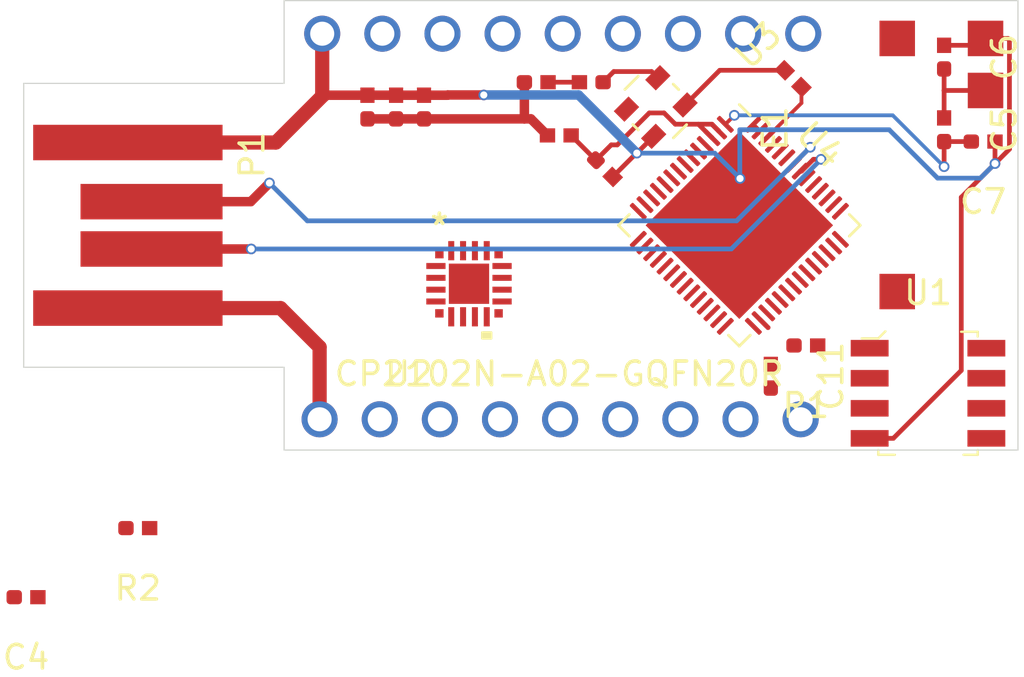
<source format=kicad_pcb>
(kicad_pcb (version 20171130) (host pcbnew 5.1.10)

  (general
    (thickness 1.6)
    (drawings 8)
    (tracks 112)
    (zones 0)
    (modules 23)
    (nets 21)
  )

  (page A4)
  (layers
    (0 F.Cu signal)
    (31 B.Cu signal)
    (32 B.Adhes user)
    (33 F.Adhes user)
    (34 B.Paste user)
    (35 F.Paste user)
    (36 B.SilkS user)
    (37 F.SilkS user)
    (38 B.Mask user)
    (39 F.Mask user)
    (40 Dwgs.User user)
    (41 Cmts.User user)
    (42 Eco1.User user)
    (43 Eco2.User user)
    (44 Edge.Cuts user)
    (45 Margin user)
    (46 B.CrtYd user)
    (47 F.CrtYd user)
    (48 B.Fab user)
    (49 F.Fab user hide)
  )

  (setup
    (last_trace_width 0.2)
    (user_trace_width 0.16)
    (user_trace_width 0.2)
    (user_trace_width 0.4)
    (user_trace_width 0.6)
    (trace_clearance 0.16)
    (zone_clearance 0)
    (zone_45_only yes)
    (trace_min 0.1)
    (via_size 0.45)
    (via_drill 0.3)
    (via_min_size 0.2)
    (via_min_drill 0.3)
    (user_via 0.35 0.3)
    (blind_buried_vias_allowed yes)
    (uvia_size 0.3)
    (uvia_drill 0.1)
    (uvias_allowed no)
    (uvia_min_size 0.2)
    (uvia_min_drill 0.1)
    (edge_width 0.05)
    (segment_width 0.2)
    (pcb_text_width 0.3)
    (pcb_text_size 1.5 1.5)
    (mod_edge_width 0.12)
    (mod_text_size 1 1)
    (mod_text_width 0.15)
    (pad_size 0.65 0.6)
    (pad_drill 0)
    (pad_to_mask_clearance 0)
    (aux_axis_origin 0 0)
    (visible_elements FFFFFF7F)
    (pcbplotparams
      (layerselection 0x010fc_ffffffff)
      (usegerberextensions false)
      (usegerberattributes true)
      (usegerberadvancedattributes true)
      (creategerberjobfile true)
      (excludeedgelayer true)
      (linewidth 0.100000)
      (plotframeref false)
      (viasonmask false)
      (mode 1)
      (useauxorigin false)
      (hpglpennumber 1)
      (hpglpenspeed 20)
      (hpglpendiameter 15.000000)
      (psnegative false)
      (psa4output false)
      (plotreference true)
      (plotvalue true)
      (plotinvisibletext false)
      (padsonsilk false)
      (subtractmaskfromsilk false)
      (outputformat 1)
      (mirror false)
      (drillshape 1)
      (scaleselection 1)
      (outputdirectory ""))
  )

  (net 0 "")
  (net 1 "Net-(R1-Pad2)")
  (net 2 GNDREF)
  (net 3 "Net-(U4-Pad55)")
  (net 4 "Net-(U1-Pad5)")
  (net 5 "Net-(U1-Pad2)")
  (net 6 "Net-(U1-Pad6)")
  (net 7 "Net-(U1-Pad3)")
  (net 8 "Net-(U1-Pad7)")
  (net 9 "Net-(C11-Pad2)")
  (net 10 "Net-(C8-Pad1)")
  (net 11 +3V3)
  (net 12 "Net-(C5-Pad1)")
  (net 13 "Net-(C3-Pad1)")
  (net 14 "Net-(C3-Pad2)")
  (net 15 "Net-(P1-PadP3)")
  (net 16 "Net-(P1-PadP2)")
  (net 17 "Net-(L0-Pad1)")
  (net 18 "Net-(L0-Pad2)")
  (net 19 "Net-(C5-Pad2)")
  (net 20 +5V)

  (net_class Default "This is the default net class."
    (clearance 0.16)
    (trace_width 0.16)
    (via_dia 0.45)
    (via_drill 0.3)
    (uvia_dia 0.3)
    (uvia_drill 0.1)
    (add_net +3V3)
    (add_net +5V)
    (add_net GNDREF)
    (add_net "Net-(C11-Pad2)")
    (add_net "Net-(C3-Pad1)")
    (add_net "Net-(C3-Pad2)")
    (add_net "Net-(C4-Pad1)")
    (add_net "Net-(C4-Pad2)")
    (add_net "Net-(C5-Pad1)")
    (add_net "Net-(C5-Pad2)")
    (add_net "Net-(C8-Pad1)")
    (add_net "Net-(L0-Pad1)")
    (add_net "Net-(L0-Pad2)")
    (add_net "Net-(LE_HEADERS1-Pad2)")
    (add_net "Net-(LE_HEADERS1-Pad3)")
    (add_net "Net-(LE_HEADERS1-Pad4)")
    (add_net "Net-(LE_HEADERS1-Pad5)")
    (add_net "Net-(LE_HEADERS1-Pad6)")
    (add_net "Net-(LE_HEADERS1-Pad7)")
    (add_net "Net-(LE_HEADERS1-Pad8)")
    (add_net "Net-(LE_HEADERS1-Pad9)")
    (add_net "Net-(P1-PadP2)")
    (add_net "Net-(P1-PadP3)")
    (add_net "Net-(R1-Pad2)")
    (add_net "Net-(R2-Pad1)")
    (add_net "Net-(R2-Pad2)")
    (add_net "Net-(RE_HEADERS1-Pad2)")
    (add_net "Net-(RE_HEADERS1-Pad3)")
    (add_net "Net-(RE_HEADERS1-Pad4)")
    (add_net "Net-(RE_HEADERS1-Pad5)")
    (add_net "Net-(RE_HEADERS1-Pad6)")
    (add_net "Net-(RE_HEADERS1-Pad7)")
    (add_net "Net-(RE_HEADERS1-Pad8)")
    (add_net "Net-(RE_HEADERS1-Pad9)")
    (add_net "Net-(U1-Pad2)")
    (add_net "Net-(U1-Pad3)")
    (add_net "Net-(U1-Pad5)")
    (add_net "Net-(U1-Pad6)")
    (add_net "Net-(U1-Pad7)")
    (add_net "Net-(U2-Pad1)")
    (add_net "Net-(U2-Pad10)")
    (add_net "Net-(U2-Pad11)")
    (add_net "Net-(U2-Pad12)")
    (add_net "Net-(U2-Pad13)")
    (add_net "Net-(U2-Pad14)")
    (add_net "Net-(U2-Pad15)")
    (add_net "Net-(U2-Pad16)")
    (add_net "Net-(U2-Pad17)")
    (add_net "Net-(U2-Pad18)")
    (add_net "Net-(U2-Pad19)")
    (add_net "Net-(U2-Pad2)")
    (add_net "Net-(U2-Pad20)")
    (add_net "Net-(U2-Pad21)")
    (add_net "Net-(U2-Pad3)")
    (add_net "Net-(U2-Pad4)")
    (add_net "Net-(U2-Pad5)")
    (add_net "Net-(U2-Pad6)")
    (add_net "Net-(U2-Pad7)")
    (add_net "Net-(U2-Pad8)")
    (add_net "Net-(U2-Pad9)")
    (add_net "Net-(U3-Pad1)")
    (add_net "Net-(U4-Pad10)")
    (add_net "Net-(U4-Pad11)")
    (add_net "Net-(U4-Pad12)")
    (add_net "Net-(U4-Pad13)")
    (add_net "Net-(U4-Pad14)")
    (add_net "Net-(U4-Pad15)")
    (add_net "Net-(U4-Pad16)")
    (add_net "Net-(U4-Pad17)")
    (add_net "Net-(U4-Pad18)")
    (add_net "Net-(U4-Pad19)")
    (add_net "Net-(U4-Pad20)")
    (add_net "Net-(U4-Pad21)")
    (add_net "Net-(U4-Pad22)")
    (add_net "Net-(U4-Pad23)")
    (add_net "Net-(U4-Pad24)")
    (add_net "Net-(U4-Pad25)")
    (add_net "Net-(U4-Pad27)")
    (add_net "Net-(U4-Pad28)")
    (add_net "Net-(U4-Pad36)")
    (add_net "Net-(U4-Pad37)")
    (add_net "Net-(U4-Pad38)")
    (add_net "Net-(U4-Pad39)")
    (add_net "Net-(U4-Pad4)")
    (add_net "Net-(U4-Pad40)")
    (add_net "Net-(U4-Pad41)")
    (add_net "Net-(U4-Pad42)")
    (add_net "Net-(U4-Pad43)")
    (add_net "Net-(U4-Pad44)")
    (add_net "Net-(U4-Pad45)")
    (add_net "Net-(U4-Pad46)")
    (add_net "Net-(U4-Pad47)")
    (add_net "Net-(U4-Pad48)")
    (add_net "Net-(U4-Pad5)")
    (add_net "Net-(U4-Pad51)")
    (add_net "Net-(U4-Pad52)")
    (add_net "Net-(U4-Pad53)")
    (add_net "Net-(U4-Pad55)")
    (add_net "Net-(U4-Pad6)")
    (add_net "Net-(U4-Pad7)")
    (add_net "Net-(U4-Pad8)")
    (add_net "Net-(U4-Pad9)")
  )

  (module esp32narc:CP2102N-A02-GQFN20R (layer F.Cu) (tedit 61CA18CC) (tstamp 61CAAFE3)
    (at 108.81 108.47)
    (path /61D3A8C2)
    (fp_text reference U2 (at -2.54 3.81) (layer F.SilkS)
      (effects (font (size 1 1) (thickness 0.15)))
    )
    (fp_text value CP2102N-A02-GQFN20R (at 3.81 3.81) (layer F.SilkS)
      (effects (font (size 1 1) (thickness 0.15)))
    )
    (fp_text user * (at -1.25095 -2.4384) (layer F.SilkS)
      (effects (font (size 1 1) (thickness 0.15)))
    )
    (fp_text user * (at -1.25095 -2.4384) (layer F.SilkS)
      (effects (font (size 1 1) (thickness 0.15)))
    )
    (fp_line (start 0.5976 -1.4986) (end 0.9024 -1.4986) (layer F.Fab) (width 0.1))
    (fp_line (start 0.9024 -1.4986) (end 0.9024 -1.4986) (layer F.Fab) (width 0.1))
    (fp_line (start 0.9024 -1.4986) (end 0.5976 -1.4986) (layer F.Fab) (width 0.1))
    (fp_line (start 0.5976 -1.4986) (end 0.5976 -1.4986) (layer F.Fab) (width 0.1))
    (fp_line (start 0.0976 -1.4986) (end 0.4024 -1.4986) (layer F.Fab) (width 0.1))
    (fp_line (start 0.4024 -1.4986) (end 0.4024 -1.4986) (layer F.Fab) (width 0.1))
    (fp_line (start 0.4024 -1.4986) (end 0.0976 -1.4986) (layer F.Fab) (width 0.1))
    (fp_line (start 0.0976 -1.4986) (end 0.0976 -1.4986) (layer F.Fab) (width 0.1))
    (fp_line (start -0.4024 -1.4986) (end -0.0976 -1.4986) (layer F.Fab) (width 0.1))
    (fp_line (start -0.0976 -1.4986) (end -0.0976 -1.4986) (layer F.Fab) (width 0.1))
    (fp_line (start -0.0976 -1.4986) (end -0.4024 -1.4986) (layer F.Fab) (width 0.1))
    (fp_line (start -0.4024 -1.4986) (end -0.4024 -1.4986) (layer F.Fab) (width 0.1))
    (fp_line (start -0.9024 -1.4986) (end -0.5976 -1.4986) (layer F.Fab) (width 0.1))
    (fp_line (start -0.5976 -1.4986) (end -0.5976 -1.4986) (layer F.Fab) (width 0.1))
    (fp_line (start -0.5976 -1.4986) (end -0.9024 -1.4986) (layer F.Fab) (width 0.1))
    (fp_line (start -0.9024 -1.4986) (end -0.9024 -1.4986) (layer F.Fab) (width 0.1))
    (fp_line (start -1.4986 -0.5976) (end -1.4986 -0.9024) (layer F.Fab) (width 0.1))
    (fp_line (start -1.4986 -0.9024) (end -1.4986 -0.9024) (layer F.Fab) (width 0.1))
    (fp_line (start -1.4986 -0.9024) (end -1.4986 -0.5976) (layer F.Fab) (width 0.1))
    (fp_line (start -1.4986 -0.5976) (end -1.4986 -0.5976) (layer F.Fab) (width 0.1))
    (fp_line (start -1.4986 -0.0976) (end -1.4986 -0.4024) (layer F.Fab) (width 0.1))
    (fp_line (start -1.4986 -0.4024) (end -1.4986 -0.4024) (layer F.Fab) (width 0.1))
    (fp_line (start -1.4986 -0.4024) (end -1.4986 -0.0976) (layer F.Fab) (width 0.1))
    (fp_line (start -1.4986 -0.0976) (end -1.4986 -0.0976) (layer F.Fab) (width 0.1))
    (fp_line (start -1.4986 0.4024) (end -1.4986 0.0976) (layer F.Fab) (width 0.1))
    (fp_line (start -1.4986 0.0976) (end -1.4986 0.0976) (layer F.Fab) (width 0.1))
    (fp_line (start -1.4986 0.0976) (end -1.4986 0.4024) (layer F.Fab) (width 0.1))
    (fp_line (start -1.4986 0.4024) (end -1.4986 0.4024) (layer F.Fab) (width 0.1))
    (fp_line (start -1.4986 0.9024) (end -1.4986 0.5976) (layer F.Fab) (width 0.1))
    (fp_line (start -1.4986 0.5976) (end -1.4986 0.5976) (layer F.Fab) (width 0.1))
    (fp_line (start -1.4986 0.5976) (end -1.4986 0.9024) (layer F.Fab) (width 0.1))
    (fp_line (start -1.4986 0.9024) (end -1.4986 0.9024) (layer F.Fab) (width 0.1))
    (fp_line (start -0.5976 1.4986) (end -0.9024 1.4986) (layer F.Fab) (width 0.1))
    (fp_line (start -0.9024 1.4986) (end -0.9024 1.4986) (layer F.Fab) (width 0.1))
    (fp_line (start -0.9024 1.4986) (end -0.5976 1.4986) (layer F.Fab) (width 0.1))
    (fp_line (start -0.5976 1.4986) (end -0.5976 1.4986) (layer F.Fab) (width 0.1))
    (fp_line (start -0.0976 1.4986) (end -0.4024 1.4986) (layer F.Fab) (width 0.1))
    (fp_line (start -0.4024 1.4986) (end -0.4024 1.4986) (layer F.Fab) (width 0.1))
    (fp_line (start -0.4024 1.4986) (end -0.0976 1.4986) (layer F.Fab) (width 0.1))
    (fp_line (start -0.0976 1.4986) (end -0.0976 1.4986) (layer F.Fab) (width 0.1))
    (fp_line (start 0.4024 1.4986) (end 0.0976 1.4986) (layer F.Fab) (width 0.1))
    (fp_line (start 0.0976 1.4986) (end 0.0976 1.4986) (layer F.Fab) (width 0.1))
    (fp_line (start 0.0976 1.4986) (end 0.4024 1.4986) (layer F.Fab) (width 0.1))
    (fp_line (start 0.4024 1.4986) (end 0.4024 1.4986) (layer F.Fab) (width 0.1))
    (fp_line (start 0.9024 1.4986) (end 0.5976 1.4986) (layer F.Fab) (width 0.1))
    (fp_line (start 0.5976 1.4986) (end 0.5976 1.4986) (layer F.Fab) (width 0.1))
    (fp_line (start 0.5976 1.4986) (end 0.9024 1.4986) (layer F.Fab) (width 0.1))
    (fp_line (start 0.9024 1.4986) (end 0.9024 1.4986) (layer F.Fab) (width 0.1))
    (fp_line (start 1.4986 0.5976) (end 1.4986 0.9024) (layer F.Fab) (width 0.1))
    (fp_line (start 1.4986 0.9024) (end 1.4986 0.9024) (layer F.Fab) (width 0.1))
    (fp_line (start 1.4986 0.9024) (end 1.4986 0.5976) (layer F.Fab) (width 0.1))
    (fp_line (start 1.4986 0.5976) (end 1.4986 0.5976) (layer F.Fab) (width 0.1))
    (fp_line (start 1.4986 0.0976) (end 1.4986 0.4024) (layer F.Fab) (width 0.1))
    (fp_line (start 1.4986 0.4024) (end 1.4986 0.4024) (layer F.Fab) (width 0.1))
    (fp_line (start 1.4986 0.4024) (end 1.4986 0.0976) (layer F.Fab) (width 0.1))
    (fp_line (start 1.4986 0.0976) (end 1.4986 0.0976) (layer F.Fab) (width 0.1))
    (fp_line (start 1.4986 -0.4024) (end 1.4986 -0.0976) (layer F.Fab) (width 0.1))
    (fp_line (start 1.4986 -0.0976) (end 1.4986 -0.0976) (layer F.Fab) (width 0.1))
    (fp_line (start 1.4986 -0.0976) (end 1.4986 -0.4024) (layer F.Fab) (width 0.1))
    (fp_line (start 1.4986 -0.4024) (end 1.4986 -0.4024) (layer F.Fab) (width 0.1))
    (fp_line (start 1.4986 -0.9024) (end 1.4986 -0.5976) (layer F.Fab) (width 0.1))
    (fp_line (start 1.4986 -0.5976) (end 1.4986 -0.5976) (layer F.Fab) (width 0.1))
    (fp_line (start 1.4986 -0.5976) (end 1.4986 -0.9024) (layer F.Fab) (width 0.1))
    (fp_line (start 1.4986 -0.9024) (end 1.4986 -0.9024) (layer F.Fab) (width 0.1))
    (fp_line (start -1.4986 1.4986) (end 1.4986 1.4986) (layer F.Fab) (width 0.1))
    (fp_line (start 1.4986 1.4986) (end 1.4986 -1.4986) (layer F.Fab) (width 0.1))
    (fp_line (start 1.4986 -1.4986) (end -1.4986 -1.4986) (layer F.Fab) (width 0.1))
    (fp_line (start -1.4986 -1.4986) (end -1.4986 1.4986) (layer F.Fab) (width 0.1))
    (fp_poly (pts (xy 0.559501 2.0574) (xy 0.559501 2.3114) (xy 0.940501 2.3114) (xy 0.940501 2.0574)) (layer F.SilkS) (width 0.1))
    (fp_line (start -1.7526 1.7526) (end -1.7526 1.131) (layer F.CrtYd) (width 0.05))
    (fp_line (start -1.7526 1.131) (end -2.0574 1.131) (layer F.CrtYd) (width 0.05))
    (fp_line (start -2.0574 1.131) (end -2.0574 -1.131) (layer F.CrtYd) (width 0.05))
    (fp_line (start -2.0574 -1.131) (end -1.7526 -1.131) (layer F.CrtYd) (width 0.05))
    (fp_line (start -1.7526 -1.131) (end -1.7526 -1.7526) (layer F.CrtYd) (width 0.05))
    (fp_line (start -1.7526 -1.7526) (end -1.131 -1.7526) (layer F.CrtYd) (width 0.05))
    (fp_line (start -1.131 -1.7526) (end -1.131 -2.0574) (layer F.CrtYd) (width 0.05))
    (fp_line (start -1.131 -2.0574) (end 1.131 -2.0574) (layer F.CrtYd) (width 0.05))
    (fp_line (start 1.131 -2.0574) (end 1.131 -1.7526) (layer F.CrtYd) (width 0.05))
    (fp_line (start 1.131 -1.7526) (end 1.7526 -1.7526) (layer F.CrtYd) (width 0.05))
    (fp_line (start 1.7526 -1.7526) (end 1.7526 -1.131) (layer F.CrtYd) (width 0.05))
    (fp_line (start 1.7526 -1.131) (end 2.0574 -1.131) (layer F.CrtYd) (width 0.05))
    (fp_line (start 2.0574 -1.131) (end 2.0574 1.131) (layer F.CrtYd) (width 0.05))
    (fp_line (start 2.0574 1.131) (end 1.7526 1.131) (layer F.CrtYd) (width 0.05))
    (fp_line (start 1.7526 1.131) (end 1.7526 1.7526) (layer F.CrtYd) (width 0.05))
    (fp_line (start 1.7526 1.7526) (end 1.131 1.7526) (layer F.CrtYd) (width 0.05))
    (fp_line (start 1.131 1.7526) (end 1.131 2.0574) (layer F.CrtYd) (width 0.05))
    (fp_line (start 1.131 2.0574) (end -1.131 2.0574) (layer F.CrtYd) (width 0.05))
    (fp_line (start -1.131 2.0574) (end -1.131 1.7526) (layer F.CrtYd) (width 0.05))
    (fp_line (start -1.131 1.7526) (end -1.7526 1.7526) (layer F.CrtYd) (width 0.05))
    (fp_circle (center -1.25095 -2.6035) (end -1.25095 -2.6035) (layer F.CrtYd) (width 0.05))
    (pad 1 smd rect (at -1.25095 -1.25095) (size 0.3556 0.3556) (layers F.Cu F.Paste F.Mask))
    (pad 2 smd rect (at -1.397 -0.750001 90) (size 0.254 0.8128) (layers F.Cu F.Paste F.Mask))
    (pad 3 smd rect (at -1.397 -0.25 90) (size 0.254 0.8128) (layers F.Cu F.Paste F.Mask))
    (pad 4 smd rect (at -1.397 0.25 90) (size 0.254 0.8128) (layers F.Cu F.Paste F.Mask))
    (pad 5 smd rect (at -1.397 0.750001 90) (size 0.254 0.8128) (layers F.Cu F.Paste F.Mask))
    (pad 6 smd rect (at -1.25095 1.25095) (size 0.3556 0.3556) (layers F.Cu F.Paste F.Mask))
    (pad 7 smd rect (at -0.750001 1.397) (size 0.254 0.8128) (layers F.Cu F.Paste F.Mask))
    (pad 8 smd rect (at -0.25 1.397) (size 0.254 0.8128) (layers F.Cu F.Paste F.Mask))
    (pad 9 smd rect (at 0.25 1.397) (size 0.254 0.8128) (layers F.Cu F.Paste F.Mask))
    (pad 10 smd rect (at 0.750001 1.397) (size 0.254 0.8128) (layers F.Cu F.Paste F.Mask))
    (pad 11 smd rect (at 1.25095 1.25095) (size 0.3556 0.3556) (layers F.Cu F.Paste F.Mask))
    (pad 12 smd rect (at 1.397 0.750001 90) (size 0.254 0.8128) (layers F.Cu F.Paste F.Mask))
    (pad 13 smd rect (at 1.397 0.25 90) (size 0.254 0.8128) (layers F.Cu F.Paste F.Mask))
    (pad 14 smd rect (at 1.397 -0.25 90) (size 0.254 0.8128) (layers F.Cu F.Paste F.Mask))
    (pad 15 smd rect (at 1.397 -0.750001 90) (size 0.254 0.8128) (layers F.Cu F.Paste F.Mask))
    (pad 16 smd rect (at 1.25095 -1.25095) (size 0.3556 0.3556) (layers F.Cu F.Paste F.Mask))
    (pad 17 smd rect (at 0.750001 -1.397) (size 0.254 0.8128) (layers F.Cu F.Paste F.Mask))
    (pad 18 smd rect (at 0.25 -1.397) (size 0.254 0.8128) (layers F.Cu F.Paste F.Mask))
    (pad 19 smd rect (at -0.25 -1.397) (size 0.254 0.8128) (layers F.Cu F.Paste F.Mask))
    (pad 20 smd rect (at -0.750001 -1.397) (size 0.254 0.8128) (layers F.Cu F.Paste F.Mask))
    (pad 21 smd rect (at 0 0) (size 1.7018 1.7018) (layers F.Cu F.Paste F.Mask))
  )

  (module esp32narc:PRO-OB-440 (layer F.Cu) (tedit 61C9015C) (tstamp 61CA2E80)
    (at 130.63 98.1 270)
    (path /61A9DB09)
    (fp_text reference E1 (at 3.81 8.89 90) (layer F.SilkS)
      (effects (font (size 1 1) (thickness 0.15)))
    )
    (fp_text value PRO-OB-440 (at 3.81 10.16 90) (layer F.Fab)
      (effects (font (size 1 1) (thickness 0.15)))
    )
    (pad 4 smd rect (at 10.7 3.73 270) (size 1.5 1.5) (layers F.Cu F.Paste F.Mask)
      (clearance 0.75))
    (pad 2 smd rect (at 2.2 0 270) (size 1.5 1.5) (layers F.Cu F.Paste F.Mask)
      (net 19 "Net-(C5-Pad2)") (clearance 0.15))
    (pad 3 smd rect (at 0 3.73 270) (size 1.5 1.5) (layers F.Cu F.Paste F.Mask)
      (clearance 0.55))
    (pad 1 smd rect (at 0 0 270) (size 1.5 1.5) (layers F.Cu F.Paste F.Mask)
      (net 2 GNDREF) (clearance 0.15))
  )

  (module esp32narc:L_3.20x1.60mm (layer F.Cu) (tedit 61C8F928) (tstamp 61CA27F9)
    (at 112.625 102.2)
    (path /61C2165A)
    (fp_text reference L1 (at 0 2.54 180) (layer F.SilkS) hide
      (effects (font (size 1 1) (thickness 0.15)))
    )
    (fp_text value L_Small (at 0 3.81 180) (layer F.Fab) hide
      (effects (font (size 1 1) (thickness 0.15)))
    )
    (pad 1 smd rect (at -0.5 0) (size 0.65 0.6) (layers F.Cu F.Paste F.Mask)
      (net 11 +3V3))
    (pad 2 smd rect (at 0.5 0) (size 0.65 0.6) (layers F.Cu F.Paste F.Mask)
      (net 10 "Net-(C8-Pad1)"))
  )

  (module esp32narc:L_3.20x1.60mm (layer F.Cu) (tedit 61C8F928) (tstamp 61C9E360)
    (at 122.5 99.8 315)
    (path /61F46310)
    (fp_text reference L0 (at 0 2.54 315) (layer F.SilkS) hide
      (effects (font (size 1 1) (thickness 0.15)))
    )
    (fp_text value 10nH (at 0 3.81 315) (layer F.Fab) hide
      (effects (font (size 1 1) (thickness 0.15)))
    )
    (pad 1 smd rect (at -0.5 0 315) (size 0.65 0.6) (layers F.Cu F.Paste F.Mask)
      (net 17 "Net-(L0-Pad1)"))
    (pad 2 smd rect (at 0.5 0 315) (size 0.65 0.6) (layers F.Cu F.Paste F.Mask)
      (net 18 "Net-(L0-Pad2)"))
  )

  (module esp32narc:625L3C040M00000 (layer F.Cu) (tedit 61C8F840) (tstamp 61C9D2FA)
    (at 116.7 101 45)
    (path /61E0934B)
    (fp_text reference U3 (at 4.9022 1.2192 45) (layer F.SilkS)
      (effects (font (size 1 1) (thickness 0.15)))
    )
    (fp_text value 625L3C040M (at 0.1 3.3 45) (layer F.SilkS) hide
      (effects (font (size 1 1) (thickness 0.15)))
    )
    (fp_line (start -1.3335 1.3844) (end -1.633499 1.3844) (layer F.CrtYd) (width 0.05))
    (fp_line (start -1.3335 1.5748) (end -1.3335 1.3844) (layer F.CrtYd) (width 0.05))
    (fp_line (start 1.3335 1.5748) (end -1.3335 1.5748) (layer F.CrtYd) (width 0.05))
    (fp_line (start 1.3335 1.3844) (end 1.3335 1.5748) (layer F.CrtYd) (width 0.05))
    (fp_line (start 1.633499 1.3844) (end 1.3335 1.3844) (layer F.CrtYd) (width 0.05))
    (fp_line (start 1.633499 -1.3844) (end 1.633499 1.3844) (layer F.CrtYd) (width 0.05))
    (fp_line (start 1.3335 -1.3844) (end 1.633499 -1.3844) (layer F.CrtYd) (width 0.05))
    (fp_line (start 1.3335 -1.5748) (end 1.3335 -1.3844) (layer F.CrtYd) (width 0.05))
    (fp_line (start -1.3335 -1.5748) (end 1.3335 -1.5748) (layer F.CrtYd) (width 0.05))
    (fp_line (start -1.3335 -1.3844) (end -1.3335 -1.5748) (layer F.CrtYd) (width 0.05))
    (fp_line (start -1.633499 -1.3844) (end -1.3335 -1.3844) (layer F.CrtYd) (width 0.05))
    (fp_line (start -1.633499 1.3844) (end -1.633499 -1.3844) (layer F.CrtYd) (width 0.05))
    (fp_line (start -1.0795 -1.3208) (end -1.0795 1.3208) (layer F.Fab) (width 0.1))
    (fp_line (start 1.0795 -1.3208) (end -1.0795 -1.3208) (layer F.Fab) (width 0.1))
    (fp_line (start 1.0795 1.3208) (end 1.0795 -1.3208) (layer F.Fab) (width 0.1))
    (fp_line (start -1.0795 1.3208) (end 1.0795 1.3208) (layer F.Fab) (width 0.1))
    (fp_line (start -1.2065 -0.16186) (end -1.2065 0.16186) (layer F.SilkS) (width 0.12))
    (fp_line (start 0.395433 -1.4478) (end -0.395433 -1.4478) (layer F.SilkS) (width 0.12))
    (fp_line (start 1.2065 0.16186) (end 1.2065 -0.16186) (layer F.SilkS) (width 0.12))
    (fp_line (start -0.395433 1.4478) (end 0.395433 1.4478) (layer F.SilkS) (width 0.12))
    (pad 1 smd rect (at -0.9374 -0.8125 45) (size 0.884199 0.6358) (layers F.Cu F.Paste F.Mask))
    (pad 2 smd rect (at -0.9374 0.8125 45) (size 0.884199 0.6358) (layers F.Cu F.Paste F.Mask)
      (net 2 GNDREF))
    (pad 3 smd rect (at 0.9374 0.8125 45) (size 0.884199 0.6358) (layers F.Cu F.Paste F.Mask)
      (net 17 "Net-(L0-Pad1)"))
    (pad 4 smd rect (at 0.9374 -0.8125 45) (size 0.884199 0.6358) (layers F.Cu F.Paste F.Mask)
      (net 13 "Net-(C3-Pad1)"))
  )

  (module esp32narc:usbpads locked (layer F.Cu) (tedit 61C8EED2) (tstamp 61C94AB1)
    (at 98.4 106 90)
    (path /61D15B05)
    (fp_text reference P1 (at 2.9718 1.2446 90) (layer F.SilkS)
      (effects (font (size 1 1) (thickness 0.15)))
    )
    (fp_text value usbpads (at -2.3368 1.0668 90) (layer F.Fab)
      (effects (font (size 1 1) (thickness 0.15)))
    )
    (pad P4 smd rect (at 3.5 -4 90) (size 1.5 8) (layers F.Cu F.Paste F.Mask)
      (net 2 GNDREF) (solder_mask_margin 0.105) (clearance 0.55))
    (pad P3 smd rect (at 1 -3 90) (size 1.5 6) (layers F.Cu F.Paste F.Mask)
      (net 15 "Net-(P1-PadP3)") (clearance 0.55))
    (pad P2 smd rect (at -1 -3 90) (size 1.5 6) (layers F.Cu F.Paste F.Mask)
      (net 16 "Net-(P1-PadP2)") (clearance 0.55))
    (pad P1 smd rect (at -3.5 -4 90) (size 1.5 8) (layers F.Cu F.Paste F.Mask)
      (net 20 +5V) (solder_mask_margin 0.105) (clearance 0.55))
  )

  (module esp32narc:cap_3.20x1.60mm (layer F.Cu) (tedit 61C8EE29) (tstamp 61C9B398)
    (at 114.525 103.6 315)
    (path /61C32B1A)
    (fp_text reference C8 (at 0 2.54 315) (layer F.SilkS) hide
      (effects (font (size 1 1) (thickness 0.15)))
    )
    (fp_text value C_Small (at 0 3.81 315) (layer F.Fab) hide
      (effects (font (size 1 1) (thickness 0.15)))
    )
    (pad 1 smd roundrect (at -0.5 0 315) (size 0.65 0.6) (layers F.Cu F.Paste F.Mask) (roundrect_rratio 0.25)
      (net 10 "Net-(C8-Pad1)"))
    (pad 2 smd rect (at 0.5 0 315) (size 0.65 0.6) (layers F.Cu F.Paste F.Mask)
      (net 2 GNDREF))
  )

  (module esp32narc:cap_3.20x1.60mm (layer F.Cu) (tedit 61C8EE29) (tstamp 61C9B360)
    (at 106.91 101 90)
    (path /61C34CFE)
    (fp_text reference C2 (at 0 2.54 270) (layer F.SilkS) hide
      (effects (font (size 1 1) (thickness 0.15)))
    )
    (fp_text value 0.1uF (at 0 3.81 270) (layer F.Fab) hide
      (effects (font (size 1 1) (thickness 0.15)))
    )
    (pad 1 smd roundrect (at -0.5 0 90) (size 0.65 0.6) (layers F.Cu F.Paste F.Mask) (roundrect_rratio 0.25)
      (net 11 +3V3))
    (pad 2 smd rect (at 0.5 0 90) (size 0.65 0.6) (layers F.Cu F.Paste F.Mask)
      (net 2 GNDREF))
  )

  (module esp32narc:cap_3.20x1.60mm (layer F.Cu) (tedit 61C8EE29) (tstamp 61C9B35A)
    (at 105.73 101 90)
    (path /61C42D16)
    (fp_text reference C1 (at 0 2.54 270) (layer F.SilkS) hide
      (effects (font (size 1 1) (thickness 0.15)))
    )
    (fp_text value 1uF (at 0 3.81 270) (layer F.Fab) hide
      (effects (font (size 1 1) (thickness 0.15)))
    )
    (pad 1 smd roundrect (at -0.5 0 90) (size 0.65 0.6) (layers F.Cu F.Paste F.Mask) (roundrect_rratio 0.25)
      (net 11 +3V3))
    (pad 2 smd rect (at 0.5 0 90) (size 0.65 0.6) (layers F.Cu F.Paste F.Mask)
      (net 2 GNDREF))
  )

  (module esp32narc:cap_3.20x1.60mm (layer F.Cu) (tedit 61C8EE29) (tstamp 61C9B354)
    (at 104.52 101 90)
    (path /61C45337)
    (fp_text reference C0 (at 0 2.54 270) (layer F.SilkS) hide
      (effects (font (size 1 1) (thickness 0.15)))
    )
    (fp_text value 10uF (at 0 3.81 270) (layer F.Fab) hide
      (effects (font (size 1 1) (thickness 0.15)))
    )
    (pad 1 smd roundrect (at -0.5 0 90) (size 0.65 0.6) (layers F.Cu F.Paste F.Mask) (roundrect_rratio 0.25)
      (net 11 +3V3))
    (pad 2 smd rect (at 0.5 0 90) (size 0.65 0.6) (layers F.Cu F.Paste F.Mask)
      (net 2 GNDREF))
  )

  (module esp32narc:cap_3.20x1.60mm (layer F.Cu) (tedit 61C8EE29) (tstamp 61AE5C5F)
    (at 130.53 102.46)
    (path /61C70B44)
    (fp_text reference C7 (at 0 2.54 180) (layer F.SilkS)
      (effects (font (size 1 1) (thickness 0.15)))
    )
    (fp_text value C_Small (at 0 3.81 180) (layer F.Fab)
      (effects (font (size 1 1) (thickness 0.15)))
    )
    (pad 1 smd roundrect (at -0.5 0) (size 0.65 0.6) (layers F.Cu F.Paste F.Mask) (roundrect_rratio 0.25)
      (net 12 "Net-(C5-Pad1)"))
    (pad 2 smd rect (at 0.5 0) (size 0.65 0.6) (layers F.Cu F.Paste F.Mask)
      (net 2 GNDREF))
  )

  (module esp32narc:cap_3.20x1.60mm (layer F.Cu) (tedit 61C8EE29) (tstamp 61C9380A)
    (at 94.82 118.8)
    (path /61BD5CA7)
    (fp_text reference R2 (at 0 2.54) (layer F.SilkS)
      (effects (font (size 1 1) (thickness 0.15)))
    )
    (fp_text value R_Small_US (at 0 3.81) (layer F.Fab)
      (effects (font (size 1 1) (thickness 0.15)))
    )
    (pad 1 smd roundrect (at -0.5 0) (size 0.65 0.6) (layers F.Cu F.Paste F.Mask) (roundrect_rratio 0.25))
    (pad 2 smd rect (at 0.5 0) (size 0.65 0.6) (layers F.Cu F.Paste F.Mask))
  )

  (module esp32narc:cap_3.20x1.60mm (layer F.Cu) (tedit 61C8EE29) (tstamp 61C93705)
    (at 90.1 121.72)
    (path /61C29819)
    (fp_text reference C4 (at 0 2.54) (layer F.SilkS)
      (effects (font (size 1 1) (thickness 0.15)))
    )
    (fp_text value C_Small (at 0 3.81) (layer F.Fab)
      (effects (font (size 1 1) (thickness 0.15)))
    )
    (pad 1 smd roundrect (at -0.5 0) (size 0.65 0.6) (layers F.Cu F.Paste F.Mask) (roundrect_rratio 0.25))
    (pad 2 smd rect (at 0.5 0) (size 0.65 0.6) (layers F.Cu F.Paste F.Mask))
  )

  (module esp32narc:cap_3.20x1.60mm (layer F.Cu) (tedit 61C8EE29) (tstamp 61C936FB)
    (at 113.975 99.95 180)
    (path /61C349B0)
    (fp_text reference C3 (at 0 2.54) (layer F.SilkS) hide
      (effects (font (size 1 1) (thickness 0.15)))
    )
    (fp_text value 0.1uF (at 0 3.81) (layer F.Fab)
      (effects (font (size 1 1) (thickness 0.15)))
    )
    (pad 1 smd roundrect (at -0.5 0 180) (size 0.65 0.6) (layers F.Cu F.Paste F.Mask) (roundrect_rratio 0.25)
      (net 13 "Net-(C3-Pad1)"))
    (pad 2 smd rect (at 0.5 0 180) (size 0.65 0.6) (layers F.Cu F.Paste F.Mask)
      (net 14 "Net-(C3-Pad2)"))
  )

  (module esp32narc:cap_3.20x1.60mm (layer F.Cu) (tedit 61C8EE29) (tstamp 61AE5CEF)
    (at 111.65 99.95)
    (path /61BD6143)
    (fp_text reference R3 (at 0 2.54) (layer F.SilkS) hide
      (effects (font (size 1 1) (thickness 0.15)))
    )
    (fp_text value R_Small_US (at 0 3.81) (layer F.Fab)
      (effects (font (size 1 1) (thickness 0.15)))
    )
    (pad 1 smd roundrect (at -0.5 0) (size 0.65 0.6) (layers F.Cu F.Paste F.Mask) (roundrect_rratio 0.25)
      (net 11 +3V3))
    (pad 2 smd rect (at 0.5 0) (size 0.65 0.6) (layers F.Cu F.Paste F.Mask)
      (net 14 "Net-(C3-Pad2)"))
  )

  (module esp32narc:cap_3.20x1.60mm (layer F.Cu) (tedit 61C8EE29) (tstamp 61AE5CDB)
    (at 123.04 111.08)
    (path /61BDA3AB)
    (fp_text reference R1 (at 0 2.54) (layer F.SilkS)
      (effects (font (size 1 1) (thickness 0.15)))
    )
    (fp_text value 100K (at 0 3.81) (layer F.Fab)
      (effects (font (size 1 1) (thickness 0.15)))
    )
    (pad 1 smd roundrect (at -0.5 0) (size 0.65 0.6) (layers F.Cu F.Paste F.Mask) (roundrect_rratio 0.25)
      (net 9 "Net-(C11-Pad2)"))
    (pad 2 smd rect (at 0.5 0) (size 0.65 0.6) (layers F.Cu F.Paste F.Mask)
      (net 1 "Net-(R1-Pad2)"))
  )

  (module esp32narc:cap_3.20x1.60mm (layer F.Cu) (tedit 61C8EE29) (tstamp 61AE5C87)
    (at 121.56 112.38 90)
    (path /61CA0216)
    (fp_text reference C11 (at 0 2.54 90) (layer F.SilkS)
      (effects (font (size 1 1) (thickness 0.15)))
    )
    (fp_text value 0.1uF (at 0 3.81 90) (layer F.Fab)
      (effects (font (size 1 1) (thickness 0.15)))
    )
    (pad 1 smd roundrect (at -0.5 0 90) (size 0.65 0.6) (layers F.Cu F.Paste F.Mask) (roundrect_rratio 0.25)
      (net 2 GNDREF))
    (pad 2 smd rect (at 0.5 0 90) (size 0.65 0.6) (layers F.Cu F.Paste F.Mask)
      (net 9 "Net-(C11-Pad2)"))
  )

  (module esp32narc:cap_3.20x1.60mm (layer F.Cu) (tedit 61C8EE29) (tstamp 61AE5C55)
    (at 128.88 98.89 90)
    (path /61C2913F)
    (fp_text reference C6 (at 0 2.54 90) (layer F.SilkS)
      (effects (font (size 1 1) (thickness 0.15)))
    )
    (fp_text value C_Small (at 0 3.81 90) (layer F.Fab)
      (effects (font (size 1 1) (thickness 0.15)))
    )
    (pad 1 smd roundrect (at -0.5 0 90) (size 0.65 0.6) (layers F.Cu F.Paste F.Mask) (roundrect_rratio 0.25)
      (net 19 "Net-(C5-Pad2)"))
    (pad 2 smd rect (at 0.5 0 90) (size 0.65 0.6) (layers F.Cu F.Paste F.Mask)
      (net 2 GNDREF))
  )

  (module esp32narc:cap_3.20x1.60mm (layer F.Cu) (tedit 61C8EE29) (tstamp 61AE5C4B)
    (at 128.88 101.96 90)
    (path /61C2C103)
    (fp_text reference C5 (at 0 2.54 90) (layer F.SilkS)
      (effects (font (size 1 1) (thickness 0.15)))
    )
    (fp_text value C_Small (at 0 3.81 90) (layer F.Fab)
      (effects (font (size 1 1) (thickness 0.15)))
    )
    (pad 1 smd roundrect (at -0.5 0 90) (size 0.65 0.6) (layers F.Cu F.Paste F.Mask) (roundrect_rratio 0.25)
      (net 12 "Net-(C5-Pad1)"))
    (pad 2 smd rect (at 0.5 0 90) (size 0.65 0.6) (layers F.Cu F.Paste F.Mask)
      (net 19 "Net-(C5-Pad2)"))
  )

  (module DIGIKEY:SOIC-8_W5.3mm (layer F.Cu) (tedit 5D28A54C) (tstamp 61AE6786)
    (at 128.2 113.1)
    (descr http://ww1.microchip.com/downloads/en/DeviceDoc/Atmel-2586-AVR-8-bit-Microcontroller-ATtiny25-ATtiny45-ATtiny85_Datasheet-Summary.pdf)
    (path /61A41379)
    (attr smd)
    (fp_text reference U1 (at 0 -4.25) (layer F.SilkS)
      (effects (font (size 1 1) (thickness 0.15)))
    )
    (fp_text value W25Q32JVSSIQ_TR (at 0 4.25) (layer F.Fab)
      (effects (font (size 1 1) (thickness 0.15)))
    )
    (fp_line (start -1.995 2.49) (end 1.995 2.49) (layer F.Fab) (width 0.1))
    (fp_line (start 1.995 2.49) (end 1.995 -2.49) (layer F.Fab) (width 0.1))
    (fp_line (start -2 -2.25) (end -1.75 -2.5) (layer F.Fab) (width 0.1))
    (fp_line (start 1.99 -2.5) (end -1.75 -2.5) (layer F.Fab) (width 0.1))
    (fp_line (start -2 2.49) (end -2 -2.25) (layer F.Fab) (width 0.1))
    (fp_line (start -2.1 -2.32) (end -2.8 -2.32) (layer F.SilkS) (width 0.1))
    (fp_line (start -1.8 -2.62) (end -2.1 -2.32) (layer F.SilkS) (width 0.1))
    (fp_line (start 2.1 -2.6) (end 2.1 -2.4) (layer F.SilkS) (width 0.1))
    (fp_line (start 1.4 -2.6) (end 2.1 -2.6) (layer F.SilkS) (width 0.1))
    (fp_line (start 2.1 2.6) (end 1.5 2.6) (layer F.SilkS) (width 0.1))
    (fp_line (start 2.1 2.4) (end 2.1 2.6) (layer F.SilkS) (width 0.1))
    (fp_line (start -2.1 2.6) (end -1.4 2.6) (layer F.SilkS) (width 0.1))
    (fp_line (start -2.1 2.4) (end -2.1 2.6) (layer F.SilkS) (width 0.1))
    (fp_line (start -3.75 2.75) (end 3.5 2.75) (layer F.CrtYd) (width 0.05))
    (fp_line (start -3.75 -2.75) (end -3.75 2.75) (layer F.CrtYd) (width 0.05))
    (fp_line (start 3.5 -2.75) (end 3.5 2.75) (layer F.CrtYd) (width 0.05))
    (fp_line (start -3.75 -2.75) (end 3.5 -2.75) (layer F.CrtYd) (width 0.05))
    (fp_text user %R (at 0 0) (layer F.Fab)
      (effects (font (size 0.7 0.7) (thickness 0.07)))
    )
    (pad 8 smd rect (at 2.465 -1.905) (size 1.6 0.7) (layers F.Cu F.Paste F.Mask)
      (net 9 "Net-(C11-Pad2)"))
    (pad 7 smd rect (at 2.465 -0.635) (size 1.6 0.7) (layers F.Cu F.Paste F.Mask)
      (net 8 "Net-(U1-Pad7)"))
    (pad 6 smd rect (at 2.465 0.635) (size 1.6 0.7) (layers F.Cu F.Paste F.Mask)
      (net 6 "Net-(U1-Pad6)"))
    (pad 5 smd rect (at 2.465 1.905) (size 1.6 0.7) (layers F.Cu F.Paste F.Mask)
      (net 4 "Net-(U1-Pad5)"))
    (pad 1 smd rect (at -2.465 -1.905) (size 1.6 0.7) (layers F.Cu F.Paste F.Mask)
      (net 1 "Net-(R1-Pad2)"))
    (pad 4 smd rect (at -2.465 1.905) (size 1.6 0.7) (layers F.Cu F.Paste F.Mask)
      (net 2 GNDREF))
    (pad 2 smd rect (at -2.465 -0.635) (size 1.6 0.7) (layers F.Cu F.Paste F.Mask)
      (net 5 "Net-(U1-Pad2)"))
    (pad 3 smd rect (at -2.465 0.635) (size 1.6 0.7) (layers F.Cu F.Paste F.Mask)
      (net 7 "Net-(U1-Pad3)"))
  )

  (module esp32narc:ESP32-S3-SoC locked (layer F.Cu) (tedit 5DC5F6A5) (tstamp 61C96343)
    (at 120.230152 106 315)
    (descr "QFN, 56 Pin (http://www.cypress.com/file/416486/download#page=40), generated with kicad-footprint-generator ipc_noLead_generator.py")
    (tags "QFN NoLead")
    (path /61A97700)
    (attr smd)
    (fp_text reference U4 (at 0 -4.82 135) (layer F.SilkS)
      (effects (font (size 1 1) (thickness 0.15)))
    )
    (fp_text value ESP32-S3 (at 0 4.82 135) (layer F.Fab) hide
      (effects (font (size 1 1) (thickness 0.15)))
    )
    (fp_line (start 2.96 -3.61) (end 3.61 -3.61) (layer F.SilkS) (width 0.12))
    (fp_line (start 3.61 -3.61) (end 3.61 -2.96) (layer F.SilkS) (width 0.12))
    (fp_line (start -2.96 3.61) (end -3.61 3.61) (layer F.SilkS) (width 0.12))
    (fp_line (start -3.61 3.61) (end -3.61 2.96) (layer F.SilkS) (width 0.12))
    (fp_line (start 2.96 3.61) (end 3.61 3.61) (layer F.SilkS) (width 0.12))
    (fp_line (start 3.61 3.61) (end 3.61 2.96) (layer F.SilkS) (width 0.12))
    (fp_line (start -2.96 -3.61) (end -3.61 -3.61) (layer F.SilkS) (width 0.12))
    (fp_line (start -2.5 -3.5) (end 3.5 -3.5) (layer F.Fab) (width 0.1))
    (fp_line (start 3.5 -3.5) (end 3.5 3.5) (layer F.Fab) (width 0.1))
    (fp_line (start 3.5 3.5) (end -3.5 3.5) (layer F.Fab) (width 0.1))
    (fp_line (start -3.5 3.5) (end -3.5 -2.5) (layer F.Fab) (width 0.1))
    (fp_line (start -3.5 -2.5) (end -2.5 -3.5) (layer F.Fab) (width 0.1))
    (fp_line (start -4.12 -4.12) (end -4.12 4.12) (layer F.CrtYd) (width 0.05))
    (fp_line (start -4.12 4.12) (end 4.12 4.12) (layer F.CrtYd) (width 0.05))
    (fp_line (start 4.12 4.12) (end 4.12 -4.12) (layer F.CrtYd) (width 0.05))
    (fp_line (start 4.12 -4.12) (end -4.12 -4.12) (layer F.CrtYd) (width 0.05))
    (fp_text user %R (at 0.28995 0.558578 135) (layer F.Fab) hide
      (effects (font (size 1 1) (thickness 0.15)))
    )
    (pad "" smd roundrect (at 2.1 2.1 315) (size 1.13 1.13) (layers F.Paste) (roundrect_rratio 0.221239))
    (pad "" smd roundrect (at 2.1 0.7 315) (size 1.13 1.13) (layers F.Paste) (roundrect_rratio 0.221239))
    (pad "" smd roundrect (at 2.1 -0.7 315) (size 1.13 1.13) (layers F.Paste) (roundrect_rratio 0.221239))
    (pad "" smd roundrect (at 2.1 -2.1 315) (size 1.13 1.13) (layers F.Paste) (roundrect_rratio 0.221239))
    (pad "" smd roundrect (at 0.7 2.1 315) (size 1.13 1.13) (layers F.Paste) (roundrect_rratio 0.221239))
    (pad "" smd roundrect (at 0.7 0.7 315) (size 1.13 1.13) (layers F.Paste) (roundrect_rratio 0.221239))
    (pad "" smd roundrect (at 0.7 -0.7 315) (size 1.13 1.13) (layers F.Paste) (roundrect_rratio 0.221239))
    (pad "" smd roundrect (at 0.7 -2.1 315) (size 1.13 1.13) (layers F.Paste) (roundrect_rratio 0.221239))
    (pad "" smd roundrect (at -0.7 2.1 315) (size 1.13 1.13) (layers F.Paste) (roundrect_rratio 0.221239))
    (pad "" smd roundrect (at -0.7 0.7 315) (size 1.13 1.13) (layers F.Paste) (roundrect_rratio 0.221239))
    (pad "" smd roundrect (at -0.7 -0.7 315) (size 1.13 1.13) (layers F.Paste) (roundrect_rratio 0.221239))
    (pad "" smd roundrect (at -0.7 -2.1 315) (size 1.13 1.13) (layers F.Paste) (roundrect_rratio 0.221239))
    (pad "" smd roundrect (at -2.1 2.1 315) (size 1.13 1.13) (layers F.Paste) (roundrect_rratio 0.221239))
    (pad "" smd roundrect (at -2.1 0.7 315) (size 1.13 1.13) (layers F.Paste) (roundrect_rratio 0.221239))
    (pad "" smd roundrect (at -2.1 -0.7 315) (size 1.13 1.13) (layers F.Paste) (roundrect_rratio 0.221239))
    (pad "" smd roundrect (at -2.1 -2.1 315) (size 1.13 1.13) (layers F.Paste) (roundrect_rratio 0.221239))
    (pad 57 smd rect (at 0 0 315) (size 5.6 5.6) (layers F.Cu F.Mask)
      (net 2 GNDREF))
    (pad 56 smd roundrect (at -2.6 -3.4375 315) (size 0.2 0.875) (layers F.Cu F.Paste F.Mask) (roundrect_rratio 0.25)
      (net 3 "Net-(U4-Pad55)"))
    (pad 55 smd roundrect (at -2.2 -3.4375 315) (size 0.2 0.875) (layers F.Cu F.Paste F.Mask) (roundrect_rratio 0.25)
      (net 3 "Net-(U4-Pad55)"))
    (pad 54 smd roundrect (at -1.8 -3.4375 315) (size 0.2 0.875) (layers F.Cu F.Paste F.Mask) (roundrect_rratio 0.25)
      (net 18 "Net-(L0-Pad2)"))
    (pad 53 smd roundrect (at -1.4 -3.4375 315) (size 0.2 0.875) (layers F.Cu F.Paste F.Mask) (roundrect_rratio 0.25))
    (pad 52 smd roundrect (at -1 -3.4375 315) (size 0.2 0.875) (layers F.Cu F.Paste F.Mask) (roundrect_rratio 0.25))
    (pad 51 smd roundrect (at -0.6 -3.4375 315) (size 0.2 0.875) (layers F.Cu F.Paste F.Mask) (roundrect_rratio 0.25))
    (pad 50 smd roundrect (at -0.2 -3.4375 315) (size 0.2 0.875) (layers F.Cu F.Paste F.Mask) (roundrect_rratio 0.25)
      (net 15 "Net-(P1-PadP3)"))
    (pad 49 smd roundrect (at 0.2 -3.4375 315) (size 0.2 0.875) (layers F.Cu F.Paste F.Mask) (roundrect_rratio 0.25)
      (net 16 "Net-(P1-PadP2)"))
    (pad 48 smd roundrect (at 0.6 -3.4375 315) (size 0.2 0.875) (layers F.Cu F.Paste F.Mask) (roundrect_rratio 0.25))
    (pad 47 smd roundrect (at 1 -3.4375 315) (size 0.2 0.875) (layers F.Cu F.Paste F.Mask) (roundrect_rratio 0.25))
    (pad 46 smd roundrect (at 1.4 -3.4375 315) (size 0.2 0.875) (layers F.Cu F.Paste F.Mask) (roundrect_rratio 0.25))
    (pad 45 smd roundrect (at 1.8 -3.4375 315) (size 0.2 0.875) (layers F.Cu F.Paste F.Mask) (roundrect_rratio 0.25))
    (pad 44 smd roundrect (at 2.2 -3.4375 315) (size 0.2 0.875) (layers F.Cu F.Paste F.Mask) (roundrect_rratio 0.25))
    (pad 43 smd roundrect (at 2.6 -3.4375 315) (size 0.2 0.875) (layers F.Cu F.Paste F.Mask) (roundrect_rratio 0.25))
    (pad 42 smd roundrect (at 3.4375 -2.6 315) (size 0.875 0.2) (layers F.Cu F.Paste F.Mask) (roundrect_rratio 0.25))
    (pad 41 smd roundrect (at 3.4375 -2.2 315) (size 0.875 0.2) (layers F.Cu F.Paste F.Mask) (roundrect_rratio 0.25))
    (pad 40 smd roundrect (at 3.4375 -1.8 315) (size 0.875 0.2) (layers F.Cu F.Paste F.Mask) (roundrect_rratio 0.25))
    (pad 39 smd roundrect (at 3.4375 -1.4 315) (size 0.875 0.2) (layers F.Cu F.Paste F.Mask) (roundrect_rratio 0.25))
    (pad 38 smd roundrect (at 3.4375 -1 315) (size 0.875 0.2) (layers F.Cu F.Paste F.Mask) (roundrect_rratio 0.25))
    (pad 37 smd roundrect (at 3.4375 -0.6 315) (size 0.875 0.2) (layers F.Cu F.Paste F.Mask) (roundrect_rratio 0.25))
    (pad 36 smd roundrect (at 3.4375 -0.2 315) (size 0.875 0.2) (layers F.Cu F.Paste F.Mask) (roundrect_rratio 0.25))
    (pad 35 smd roundrect (at 3.4375 0.2 315) (size 0.875 0.2) (layers F.Cu F.Paste F.Mask) (roundrect_rratio 0.25)
      (net 4 "Net-(U1-Pad5)"))
    (pad 34 smd roundrect (at 3.4375 0.6 315) (size 0.875 0.2) (layers F.Cu F.Paste F.Mask) (roundrect_rratio 0.25)
      (net 5 "Net-(U1-Pad2)"))
    (pad 33 smd roundrect (at 3.4375 1 315) (size 0.875 0.2) (layers F.Cu F.Paste F.Mask) (roundrect_rratio 0.25)
      (net 6 "Net-(U1-Pad6)"))
    (pad 32 smd roundrect (at 3.4375 1.4 315) (size 0.875 0.2) (layers F.Cu F.Paste F.Mask) (roundrect_rratio 0.25)
      (net 1 "Net-(R1-Pad2)"))
    (pad 31 smd roundrect (at 3.4375 1.8 315) (size 0.875 0.2) (layers F.Cu F.Paste F.Mask) (roundrect_rratio 0.25)
      (net 7 "Net-(U1-Pad3)"))
    (pad 30 smd roundrect (at 3.4375 2.2 315) (size 0.875 0.2) (layers F.Cu F.Paste F.Mask) (roundrect_rratio 0.25)
      (net 8 "Net-(U1-Pad7)"))
    (pad 29 smd roundrect (at 3.4375 2.6 315) (size 0.875 0.2) (layers F.Cu F.Paste F.Mask) (roundrect_rratio 0.25)
      (net 9 "Net-(C11-Pad2)"))
    (pad 28 smd roundrect (at 2.6 3.4375 315) (size 0.2 0.875) (layers F.Cu F.Paste F.Mask) (roundrect_rratio 0.25))
    (pad 27 smd roundrect (at 2.2 3.4375 315) (size 0.2 0.875) (layers F.Cu F.Paste F.Mask) (roundrect_rratio 0.25))
    (pad 26 smd roundrect (at 1.8 3.4375 315) (size 0.2 0.875) (layers F.Cu F.Paste F.Mask) (roundrect_rratio 0.25))
    (pad 25 smd roundrect (at 1.4 3.4375 315) (size 0.2 0.875) (layers F.Cu F.Paste F.Mask) (roundrect_rratio 0.25))
    (pad 24 smd roundrect (at 1 3.4375 315) (size 0.2 0.875) (layers F.Cu F.Paste F.Mask) (roundrect_rratio 0.25))
    (pad 23 smd roundrect (at 0.6 3.4375 315) (size 0.2 0.875) (layers F.Cu F.Paste F.Mask) (roundrect_rratio 0.25))
    (pad 22 smd roundrect (at 0.2 3.4375 315) (size 0.2 0.875) (layers F.Cu F.Paste F.Mask) (roundrect_rratio 0.25))
    (pad 21 smd roundrect (at -0.2 3.4375 315) (size 0.2 0.875) (layers F.Cu F.Paste F.Mask) (roundrect_rratio 0.25))
    (pad 20 smd roundrect (at -0.6 3.4375 315) (size 0.2 0.875) (layers F.Cu F.Paste F.Mask) (roundrect_rratio 0.25))
    (pad 19 smd roundrect (at -1 3.4375 315) (size 0.2 0.875) (layers F.Cu F.Paste F.Mask) (roundrect_rratio 0.25))
    (pad 18 smd roundrect (at -1.4 3.4375 315) (size 0.2 0.875) (layers F.Cu F.Paste F.Mask) (roundrect_rratio 0.25))
    (pad 17 smd roundrect (at -1.8 3.4375 315) (size 0.2 0.875) (layers F.Cu F.Paste F.Mask) (roundrect_rratio 0.25))
    (pad 16 smd roundrect (at -2.2 3.4375 315) (size 0.2 0.875) (layers F.Cu F.Paste F.Mask) (roundrect_rratio 0.25))
    (pad 15 smd roundrect (at -2.6 3.4375 315) (size 0.2 0.875) (layers F.Cu F.Paste F.Mask) (roundrect_rratio 0.25))
    (pad 14 smd roundrect (at -3.4375 2.6 315) (size 0.875 0.2) (layers F.Cu F.Paste F.Mask) (roundrect_rratio 0.25))
    (pad 13 smd roundrect (at -3.4375 2.2 315) (size 0.875 0.2) (layers F.Cu F.Paste F.Mask) (roundrect_rratio 0.25))
    (pad 12 smd roundrect (at -3.4375 1.8 315) (size 0.875 0.2) (layers F.Cu F.Paste F.Mask) (roundrect_rratio 0.25))
    (pad 11 smd roundrect (at -3.4375 1.4 315) (size 0.875 0.2) (layers F.Cu F.Paste F.Mask) (roundrect_rratio 0.25))
    (pad 10 smd roundrect (at -3.4375 1 315) (size 0.875 0.2) (layers F.Cu F.Paste F.Mask) (roundrect_rratio 0.25))
    (pad 9 smd roundrect (at -3.4375 0.6 315) (size 0.875 0.2) (layers F.Cu F.Paste F.Mask) (roundrect_rratio 0.25))
    (pad 8 smd roundrect (at -3.4375 0.2 315) (size 0.875 0.2) (layers F.Cu F.Paste F.Mask) (roundrect_rratio 0.25))
    (pad 7 smd roundrect (at -3.4375 -0.2 315) (size 0.875 0.2) (layers F.Cu F.Paste F.Mask) (roundrect_rratio 0.25))
    (pad 6 smd roundrect (at -3.4375 -0.6 315) (size 0.875 0.2) (layers F.Cu F.Paste F.Mask) (roundrect_rratio 0.25))
    (pad 5 smd roundrect (at -3.4375 -1 315) (size 0.875 0.2) (layers F.Cu F.Paste F.Mask) (roundrect_rratio 0.25))
    (pad 4 smd roundrect (at -3.4375 -1.4 315) (size 0.875 0.2) (layers F.Cu F.Paste F.Mask) (roundrect_rratio 0.25))
    (pad 3 smd roundrect (at -3.4375 -1.8 315) (size 0.875 0.2) (layers F.Cu F.Paste F.Mask) (roundrect_rratio 0.25)
      (net 10 "Net-(C8-Pad1)"))
    (pad 2 smd roundrect (at -3.4375 -2.2 315) (size 0.875 0.2) (layers F.Cu F.Paste F.Mask) (roundrect_rratio 0.25)
      (net 10 "Net-(C8-Pad1)"))
    (pad 1 smd roundrect (at -3.4375 -2.6 315) (size 0.875 0.2) (layers F.Cu F.Paste F.Mask) (roundrect_rratio 0.25)
      (net 12 "Net-(C5-Pad1)"))
    (model ${KISYS3DMOD}/Package_DFN_QFN.3dshapes/QFN-56-1EP_7x7mm_P0.4mm_EP5.6x5.6mm.wrl
      (at (xyz 0 0 0))
      (scale (xyz 1 1 1))
      (rotate (xyz 0 0 0))
    )
  )

  (module esp32narc:PINHEAD9 (layer F.Cu) (tedit 0) (tstamp 61AE5D05)
    (at 111.39 114.2)
    (path /61A4492F)
    (fp_text reference LE_HEADERS1 (at 0 0) (layer F.SilkS) hide
      (effects (font (size 1.27 1.27) (thickness 0.15)))
    )
    (fp_text value PINHEAD9 (at 0 0) (layer F.SilkS) hide
      (effects (font (size 1.27 1.27) (thickness 0.15)))
    )
    (fp_poly (pts (xy 8.636 0.254) (xy 9.144 0.254) (xy 9.144 -0.254) (xy 8.636 -0.254)) (layer F.Fab) (width 0))
    (fp_poly (pts (xy 6.096 0.254) (xy 6.604 0.254) (xy 6.604 -0.254) (xy 6.096 -0.254)) (layer F.Fab) (width 0))
    (fp_poly (pts (xy 3.556 0.254) (xy 4.064 0.254) (xy 4.064 -0.254) (xy 3.556 -0.254)) (layer F.Fab) (width 0))
    (fp_poly (pts (xy 1.016 0.254) (xy 1.524 0.254) (xy 1.524 -0.254) (xy 1.016 -0.254)) (layer F.Fab) (width 0))
    (fp_poly (pts (xy -1.524 0.254) (xy -1.016 0.254) (xy -1.016 -0.254) (xy -1.524 -0.254)) (layer F.Fab) (width 0))
    (fp_poly (pts (xy -4.064 0.254) (xy -3.556 0.254) (xy -3.556 -0.254) (xy -4.064 -0.254)) (layer F.Fab) (width 0))
    (fp_poly (pts (xy -6.604 0.254) (xy -6.096 0.254) (xy -6.096 -0.254) (xy -6.604 -0.254)) (layer F.Fab) (width 0))
    (fp_poly (pts (xy -9.144 0.254) (xy -8.636 0.254) (xy -8.636 -0.254) (xy -9.144 -0.254)) (layer F.Fab) (width 0))
    (fp_poly (pts (xy 11.176 0.254) (xy 11.684 0.254) (xy 11.684 -0.254) (xy 11.176 -0.254)) (layer F.Fab) (width 0))
    (pad 9 thru_hole circle (at 11.43 0) (size 1.524 1.524) (drill 1.016) (layers *.Cu *.Mask)
      (solder_mask_margin 0.1016))
    (pad 8 thru_hole circle (at 8.89 0) (size 1.524 1.524) (drill 1.016) (layers *.Cu *.Mask)
      (solder_mask_margin 0.1016))
    (pad 7 thru_hole circle (at 6.35 0) (size 1.524 1.524) (drill 1.016) (layers *.Cu *.Mask)
      (solder_mask_margin 0.1016))
    (pad 6 thru_hole circle (at 3.81 0) (size 1.524 1.524) (drill 1.016) (layers *.Cu *.Mask)
      (solder_mask_margin 0.1016))
    (pad 5 thru_hole circle (at 1.27 0) (size 1.524 1.524) (drill 1.016) (layers *.Cu *.Mask)
      (solder_mask_margin 0.1016))
    (pad 4 thru_hole circle (at -1.27 0) (size 1.524 1.524) (drill 1.016) (layers *.Cu *.Mask)
      (solder_mask_margin 0.1016))
    (pad 3 thru_hole circle (at -3.81 0) (size 1.524 1.524) (drill 1.016) (layers *.Cu *.Mask)
      (solder_mask_margin 0.1016))
    (pad 2 thru_hole circle (at -6.35 0) (size 1.524 1.524) (drill 1.016) (layers *.Cu *.Mask)
      (solder_mask_margin 0.1016))
    (pad 1 thru_hole circle (at -8.89 0) (size 1.524 1.524) (drill 1.016) (layers *.Cu *.Mask)
      (net 20 +5V) (solder_mask_margin 0.1016))
  )

  (module esp32narc:PINHEAD9 (layer F.Cu) (tedit 0) (tstamp 61AE5CD1)
    (at 111.5 97.9)
    (path /61A4425F)
    (fp_text reference RE_HEADERS1 (at 0 0) (layer F.SilkS) hide
      (effects (font (size 1.27 1.27) (thickness 0.15)))
    )
    (fp_text value PINHEAD9 (at 0 0) (layer F.SilkS) hide
      (effects (font (size 1.27 1.27) (thickness 0.15)))
    )
    (fp_poly (pts (xy 8.636 0.254) (xy 9.144 0.254) (xy 9.144 -0.254) (xy 8.636 -0.254)) (layer F.Fab) (width 0))
    (fp_poly (pts (xy 6.096 0.254) (xy 6.604 0.254) (xy 6.604 -0.254) (xy 6.096 -0.254)) (layer F.Fab) (width 0))
    (fp_poly (pts (xy 3.556 0.254) (xy 4.064 0.254) (xy 4.064 -0.254) (xy 3.556 -0.254)) (layer F.Fab) (width 0))
    (fp_poly (pts (xy 1.016 0.254) (xy 1.524 0.254) (xy 1.524 -0.254) (xy 1.016 -0.254)) (layer F.Fab) (width 0))
    (fp_poly (pts (xy -1.524 0.254) (xy -1.016 0.254) (xy -1.016 -0.254) (xy -1.524 -0.254)) (layer F.Fab) (width 0))
    (fp_poly (pts (xy -4.064 0.254) (xy -3.556 0.254) (xy -3.556 -0.254) (xy -4.064 -0.254)) (layer F.Fab) (width 0))
    (fp_poly (pts (xy -6.604 0.254) (xy -6.096 0.254) (xy -6.096 -0.254) (xy -6.604 -0.254)) (layer F.Fab) (width 0))
    (fp_poly (pts (xy -9.144 0.254) (xy -8.636 0.254) (xy -8.636 -0.254) (xy -9.144 -0.254)) (layer F.Fab) (width 0))
    (fp_poly (pts (xy 11.176 0.254) (xy 11.684 0.254) (xy 11.684 -0.254) (xy 11.176 -0.254)) (layer F.Fab) (width 0))
    (pad 9 thru_hole circle (at 11.43 0) (size 1.524 1.524) (drill 1.016) (layers *.Cu *.Mask)
      (solder_mask_margin 0.1016))
    (pad 8 thru_hole circle (at 8.89 0) (size 1.524 1.524) (drill 1.016) (layers *.Cu *.Mask)
      (solder_mask_margin 0.1016))
    (pad 7 thru_hole circle (at 6.35 0) (size 1.524 1.524) (drill 1.016) (layers *.Cu *.Mask)
      (solder_mask_margin 0.1016))
    (pad 6 thru_hole circle (at 3.81 0) (size 1.524 1.524) (drill 1.016) (layers *.Cu *.Mask)
      (solder_mask_margin 0.1016))
    (pad 5 thru_hole circle (at 1.27 0) (size 1.524 1.524) (drill 1.016) (layers *.Cu *.Mask)
      (solder_mask_margin 0.1016))
    (pad 4 thru_hole circle (at -1.27 0) (size 1.524 1.524) (drill 1.016) (layers *.Cu *.Mask)
      (solder_mask_margin 0.1016))
    (pad 3 thru_hole circle (at -3.81 0) (size 1.524 1.524) (drill 1.016) (layers *.Cu *.Mask)
      (solder_mask_margin 0.1016))
    (pad 2 thru_hole circle (at -6.35 0) (size 1.524 1.524) (drill 1.016) (layers *.Cu *.Mask)
      (solder_mask_margin 0.1016))
    (pad 1 thru_hole circle (at -8.89 0) (size 1.524 1.524) (drill 1.016) (layers *.Cu *.Mask)
      (net 2 GNDREF) (solder_mask_margin 0.1016))
  )

  (gr_line (start 101 96.5) (end 101 100) (layer Edge.Cuts) (width 0.05) (tstamp 61C951F8))
  (gr_line (start 101 115.5) (end 132 115.5) (layer Edge.Cuts) (width 0.05) (tstamp 61C951EC))
  (gr_line (start 132 96.5) (end 132 115.5) (layer Edge.Cuts) (width 0.05) (tstamp 61C951E9))
  (gr_line (start 101 112) (end 101 115.5) (layer Edge.Cuts) (width 0.05) (tstamp 61C951F2))
  (gr_line (start 90 112) (end 101 112) (layer Edge.Cuts) (width 0.05) (tstamp 61C951F5))
  (gr_line (start 90 100) (end 101 100) (layer Edge.Cuts) (width 0.05) (tstamp 61C951CA))
  (gr_line (start 101 96.5) (end 132 96.5) (layer Edge.Cuts) (width 0.05) (tstamp 61C951EF))
  (gr_line (start 90 100) (end 90 112) (layer Edge.Cuts) (width 0.05) (tstamp 61C951E6))

  (segment (start 119.072265 109.703472) (end 119.072249 109.703472) (width 0.2) (layer F.Cu) (net 0))
  (segment (start 94.4 109.5) (end 100.85 109.5) (width 0.6) (layer F.Cu) (net 20))
  (segment (start 102.5 111.15) (end 102.5 114.2) (width 0.6) (layer F.Cu) (net 20))
  (segment (start 100.85 109.5) (end 102.5 111.15) (width 0.6) (layer F.Cu) (net 20))
  (via (at 120.26 104.02) (size 0.45) (drill 0.3) (layers F.Cu B.Cu) (net 2))
  (segment (start 131.03 102.46) (end 131.03 103.39) (width 0.2) (layer F.Cu) (net 2))
  (segment (start 115.9 102.949048) (end 115.9 102.949048) (width 0.2) (layer F.Cu) (net 2) (tstamp 61CA1BC1))
  (segment (start 94.4 102.5) (end 100.65 102.5) (width 0.6) (layer F.Cu) (net 2))
  (segment (start 100.65 102.5) (end 102.65 100.5) (width 0.6) (layer F.Cu) (net 2))
  (segment (start 102.61 100.46) (end 102.61 97.9) (width 0.6) (layer F.Cu) (net 2))
  (segment (start 102.65 100.5) (end 102.61 100.46) (width 0.6) (layer F.Cu) (net 2))
  (segment (start 102.65 100.5) (end 104.52 100.5) (width 0.4) (layer F.Cu) (net 2))
  (segment (start 104.52 100.5) (end 105.73 100.5) (width 0.4) (layer F.Cu) (net 2))
  (segment (start 105.73 100.5) (end 106.91 100.5) (width 0.4) (layer F.Cu) (net 2))
  (segment (start 107.9 100.5) (end 107.91 100.49) (width 0.4) (layer F.Cu) (net 2))
  (segment (start 106.91 100.5) (end 107.9 100.5) (width 0.4) (layer F.Cu) (net 2))
  (segment (start 107.91 100.49) (end 109.435 100.49) (width 0.4) (layer F.Cu) (net 2))
  (segment (start 109.435 100.49) (end 109.435 100.49) (width 0.4) (layer F.Cu) (net 2) (tstamp 61CA1F93))
  (via (at 109.435 100.49) (size 0.45) (drill 0.3) (layers F.Cu B.Cu) (net 2))
  (segment (start 120.822354 101.730843) (end 121.105197 102.013686) (width 0.16) (layer F.Cu) (net 3))
  (segment (start 121.441723 110.32284) (end 121.44284 110.32284) (width 0.2) (layer F.Cu) (net 8))
  (segment (start 121.105197 109.986314) (end 121.441723 110.32284) (width 0.2) (layer F.Cu) (net 8))
  (segment (start 131.03 103.39) (end 131.03 103.39) (width 0.2) (layer F.Cu) (net 2) (tstamp 61CA2CA5))
  (via (at 131.03 103.39) (size 0.45) (drill 0.3) (layers F.Cu B.Cu) (net 2))
  (segment (start 130.414999 104.005001) (end 128.605001 104.005001) (width 0.2) (layer B.Cu) (net 2))
  (segment (start 131.03 103.39) (end 130.414999 104.005001) (width 0.2) (layer B.Cu) (net 2))
  (segment (start 128.605001 104.005001) (end 126.56 101.96) (width 0.2) (layer B.Cu) (net 2))
  (segment (start 126.56 101.96) (end 120.25 101.96) (width 0.2) (layer B.Cu) (net 2))
  (segment (start 120.25 101.96) (end 120.25 104.02) (width 0.2) (layer B.Cu) (net 2))
  (via (at 115.899993 102.949041) (size 0.45) (drill 0.3) (layers F.Cu B.Cu) (net 2))
  (segment (start 115.900007 102.949041) (end 115.899993 102.949041) (width 0.2) (layer F.Cu) (net 2))
  (segment (start 116.611682 102.237366) (end 115.900007 102.949041) (width 0.2) (layer F.Cu) (net 2))
  (segment (start 109.435 100.49) (end 113.440952 100.49) (width 0.4) (layer B.Cu) (net 2))
  (segment (start 113.440952 100.49) (end 115.899993 102.949041) (width 0.4) (layer B.Cu) (net 2))
  (segment (start 114.878553 103.953553) (end 115.883065 102.949041) (width 0.2) (layer F.Cu) (net 2))
  (segment (start 115.883065 102.949041) (end 115.899993 102.949041) (width 0.2) (layer F.Cu) (net 2))
  (segment (start 119.189041 102.949041) (end 120.26 104.02) (width 0.2) (layer B.Cu) (net 2))
  (segment (start 115.899993 102.949041) (end 119.189041 102.949041) (width 0.2) (layer B.Cu) (net 2))
  (segment (start 131.640001 102.779999) (end 131.03 103.39) (width 0.2) (layer F.Cu) (net 2))
  (segment (start 131.640001 98.160001) (end 131.640001 102.779999) (width 0.2) (layer F.Cu) (net 2))
  (segment (start 131.58 98.1) (end 131.640001 98.160001) (width 0.2) (layer F.Cu) (net 2))
  (segment (start 130.63 98.1) (end 131.58 98.1) (width 0.2) (layer F.Cu) (net 2))
  (segment (start 130.34 98.39) (end 130.63 98.1) (width 0.2) (layer F.Cu) (net 2))
  (segment (start 128.88 98.39) (end 130.34 98.39) (width 0.2) (layer F.Cu) (net 2))
  (segment (start 129.604999 112.135001) (end 129.604999 104.815001) (width 0.2) (layer F.Cu) (net 2))
  (segment (start 126.735 115.005) (end 129.604999 112.135001) (width 0.2) (layer F.Cu) (net 2))
  (segment (start 129.604999 104.815001) (end 131.03 103.39) (width 0.2) (layer F.Cu) (net 2))
  (segment (start 125.735 115.005) (end 126.735 115.005) (width 0.2) (layer F.Cu) (net 2))
  (segment (start 119.355107 102.013686) (end 119.355107 102.005107) (width 0.2) (layer F.Cu) (net 10))
  (segment (start 119.355107 102.005107) (end 119.075 101.725) (width 0.2) (layer F.Cu) (net 10))
  (segment (start 117.525 101.725) (end 117.05 101.25) (width 0.2) (layer F.Cu) (net 10))
  (segment (start 117.05 101.25) (end 116.425 101.25) (width 0.2) (layer F.Cu) (net 10))
  (segment (start 116.425 101.25) (end 115.075 102.6) (width 0.2) (layer F.Cu) (net 10))
  (segment (start 119.071528 102.296528) (end 118.5 101.725) (width 0.2) (layer F.Cu) (net 10))
  (segment (start 119.072265 102.296528) (end 119.071528 102.296528) (width 0.2) (layer F.Cu) (net 10))
  (segment (start 118.5 101.725) (end 117.525 101.725) (width 0.2) (layer F.Cu) (net 10))
  (segment (start 119.075 101.725) (end 118.5 101.725) (width 0.2) (layer F.Cu) (net 10))
  (segment (start 114.817894 102.6) (end 114.171447 103.246447) (width 0.2) (layer F.Cu) (net 10))
  (segment (start 115.075 102.6) (end 114.817894 102.6) (width 0.2) (layer F.Cu) (net 10))
  (segment (start 113.175 102.25) (end 114.171447 103.246447) (width 0.2) (layer F.Cu) (net 10))
  (segment (start 113.175 102.2) (end 113.175 102.25) (width 0.2) (layer F.Cu) (net 10))
  (segment (start 104.52 101.5) (end 105.73 101.5) (width 0.4) (layer F.Cu) (net 11))
  (segment (start 105.73 101.5) (end 106.91 101.5) (width 0.4) (layer F.Cu) (net 11))
  (segment (start 106.91 101.5) (end 111.15 101.5) (width 0.4) (layer F.Cu) (net 11))
  (segment (start 111.15 101.5) (end 111.15 99.95) (width 0.4) (layer F.Cu) (net 11))
  (segment (start 111.425 101.5) (end 112.125 102.2) (width 0.4) (layer F.Cu) (net 11))
  (segment (start 111.15 101.5) (end 111.425 101.5) (width 0.4) (layer F.Cu) (net 11))
  (segment (start 128.88 102.46) (end 130.03 102.46) (width 0.2) (layer F.Cu) (net 12))
  (segment (start 128.88 102.46) (end 128.88 103.52) (width 0.2) (layer F.Cu) (net 12))
  (segment (start 128.88 103.55) (end 128.88 103.55) (width 0.2) (layer F.Cu) (net 12) (tstamp 61CA0760))
  (segment (start 128.88 103.55) (end 128.88 103.55) (width 0.2) (layer F.Cu) (net 12) (tstamp 61CA0FA6))
  (segment (start 119.63795 101.730843) (end 120.018793 101.35) (width 0.16) (layer F.Cu) (net 12))
  (segment (start 120.018793 101.35) (end 120.018793 101.35) (width 0.16) (layer F.Cu) (net 12) (tstamp 61CA18A3))
  (via (at 120.018793 101.35) (size 0.45) (drill 0.3) (layers F.Cu B.Cu) (net 12))
  (segment (start 128.88 103.52) (end 128.88 103.55) (width 0.2) (layer F.Cu) (net 12) (tstamp 61CA18EA))
  (via (at 128.88 103.52) (size 0.45) (drill 0.3) (layers F.Cu B.Cu) (net 12))
  (segment (start 126.71 101.35) (end 128.88 103.52) (width 0.16) (layer B.Cu) (net 12))
  (segment (start 120.018793 101.35) (end 126.71 101.35) (width 0.16) (layer B.Cu) (net 12))
  (segment (start 114.925 99.5) (end 114.475 99.95) (width 0.2) (layer F.Cu) (net 13))
  (segment (start 116.525684 99.5) (end 114.925 99.5) (width 0.2) (layer F.Cu) (net 13))
  (segment (start 116.525684 99.5) (end 116.788318 99.762634) (width 0.2) (layer F.Cu) (net 13))
  (segment (start 112.15 99.95) (end 113.475 99.95) (width 0.2) (layer F.Cu) (net 14))
  (segment (start 122.51941 103.427899) (end 122.51941 103.40559) (width 0.2) (layer F.Cu) (net 15))
  (segment (start 122.51941 103.40559) (end 123.225 102.7) (width 0.2) (layer F.Cu) (net 15))
  (segment (start 123.225 102.7) (end 123.225 102.7) (width 0.2) (layer F.Cu) (net 15) (tstamp 61CA2B5C))
  (via (at 123.225 102.7) (size 0.45) (drill 0.3) (layers F.Cu B.Cu) (net 15))
  (segment (start 95.4 105) (end 99.59 105) (width 0.4) (layer F.Cu) (net 15))
  (segment (start 99.59 105) (end 100.38 104.21) (width 0.4) (layer F.Cu) (net 15))
  (segment (start 100.38 104.21) (end 100.38 104.21) (width 0.4) (layer F.Cu) (net 15) (tstamp 61CA2BD4))
  (via (at 100.38 104.21) (size 0.45) (drill 0.3) (layers F.Cu B.Cu) (net 15))
  (segment (start 101.98001 105.81001) (end 100.38 104.21) (width 0.2) (layer B.Cu) (net 15))
  (segment (start 120.11499 105.81001) (end 101.98001 105.81001) (width 0.2) (layer B.Cu) (net 15))
  (segment (start 123.225 102.7) (end 120.11499 105.81001) (width 0.2) (layer B.Cu) (net 15))
  (segment (start 122.802253 103.710742) (end 122.814258 103.710742) (width 0.2) (layer F.Cu) (net 16))
  (segment (start 122.858807 103.710742) (end 123.359549 103.21) (width 0.2) (layer F.Cu) (net 16))
  (segment (start 122.802253 103.710742) (end 122.858807 103.710742) (width 0.2) (layer F.Cu) (net 16))
  (segment (start 123.359549 103.21) (end 123.68 103.21) (width 0.2) (layer F.Cu) (net 16))
  (segment (start 123.68 103.21) (end 123.68 103.21) (width 0.2) (layer F.Cu) (net 16) (tstamp 61CA2B5A))
  (via (at 123.68 103.21) (size 0.45) (drill 0.3) (layers F.Cu B.Cu) (net 16))
  (segment (start 95.4 107) (end 99.61 107) (width 0.4) (layer F.Cu) (net 16))
  (segment (start 99.61 107) (end 99.61 107) (width 0.4) (layer F.Cu) (net 16) (tstamp 61CA2BD2))
  (via (at 99.61 107) (size 0.45) (drill 0.3) (layers F.Cu B.Cu) (net 16))
  (segment (start 119.89 107) (end 99.61 107) (width 0.2) (layer B.Cu) (net 16))
  (segment (start 123.68 103.21) (end 119.89 107) (width 0.2) (layer B.Cu) (net 16))
  (segment (start 119.402601 99.446447) (end 117.937366 100.911682) (width 0.2) (layer F.Cu) (net 17))
  (segment (start 122.146447 99.446447) (end 119.402601 99.446447) (width 0.2) (layer F.Cu) (net 17))
  (segment (start 121.388039 102.296528) (end 121.724566 101.960001) (width 0.2) (layer F.Cu) (net 18))
  (segment (start 122.853553 100.831014) (end 122.853553 100.153553) (width 0.16) (layer F.Cu) (net 18))
  (segment (start 121.388039 102.296528) (end 122.853553 100.831014) (width 0.16) (layer F.Cu) (net 18))
  (segment (start 130.63 100.3) (end 128.88 100.3) (width 0.2) (layer F.Cu) (net 19))
  (segment (start 128.88 100.3) (end 128.88 101.46) (width 0.2) (layer F.Cu) (net 19))
  (segment (start 128.88 100.3) (end 128.88 99.39) (width 0.2) (layer F.Cu) (net 19))

)

</source>
